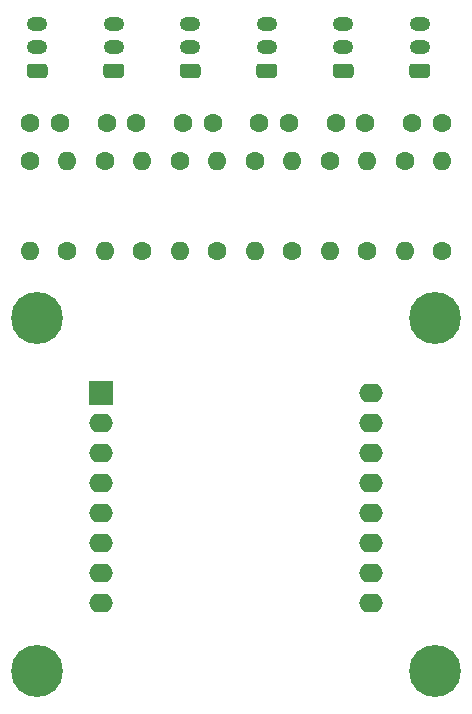
<source format=gbr>
%TF.GenerationSoftware,KiCad,Pcbnew,(5.1.9)-1*%
%TF.CreationDate,2021-04-06T17:35:40-04:00*%
%TF.ProjectId,button_box,62757474-6f6e-45f6-926f-782e6b696361,rev?*%
%TF.SameCoordinates,Original*%
%TF.FileFunction,Soldermask,Bot*%
%TF.FilePolarity,Negative*%
%FSLAX46Y46*%
G04 Gerber Fmt 4.6, Leading zero omitted, Abs format (unit mm)*
G04 Created by KiCad (PCBNEW (5.1.9)-1) date 2021-04-06 17:35:40*
%MOMM*%
%LPD*%
G01*
G04 APERTURE LIST*
%ADD10C,4.400000*%
%ADD11O,2.000000X1.600000*%
%ADD12R,2.000000X2.000000*%
%ADD13O,1.600000X1.600000*%
%ADD14C,1.600000*%
%ADD15O,1.750000X1.200000*%
G04 APERTURE END LIST*
D10*
%TO.C,hole*%
X107315000Y-102250000D03*
%TD*%
%TO.C,hole*%
X140970000Y-102250000D03*
%TD*%
%TO.C,hole*%
X140970000Y-132095000D03*
%TD*%
%TO.C,hole*%
X107315000Y-132095000D03*
%TD*%
D11*
%TO.C,U1*%
X112710000Y-111140000D03*
D12*
X112710000Y-108600000D03*
D11*
X112710000Y-113680000D03*
X112710000Y-116220000D03*
X112710000Y-118760000D03*
X112710000Y-121300000D03*
X112710000Y-123840000D03*
X112710000Y-126380000D03*
X135570000Y-126380000D03*
X135570000Y-123840000D03*
X135570000Y-121300000D03*
X135570000Y-118760000D03*
X135570000Y-116220000D03*
X135570000Y-113680000D03*
X135570000Y-111140000D03*
X135570000Y-108600000D03*
%TD*%
D13*
%TO.C,R3*%
X122555000Y-88900000D03*
D14*
X122555000Y-96520000D03*
%TD*%
%TO.C,C1*%
X106720000Y-85725000D03*
X109220000Y-85725000D03*
%TD*%
%TO.C,C2*%
X115689000Y-85725000D03*
X113189000Y-85725000D03*
%TD*%
%TO.C,C3*%
X122158000Y-85725000D03*
X119658000Y-85725000D03*
%TD*%
%TO.C,C4*%
X126127000Y-85725000D03*
X128627000Y-85725000D03*
%TD*%
%TO.C,C5*%
X135096000Y-85725000D03*
X132596000Y-85725000D03*
%TD*%
%TO.C,C6*%
X139065000Y-85725000D03*
X141565000Y-85725000D03*
%TD*%
D15*
%TO.C,J1*%
X139700000Y-77280000D03*
X139700000Y-79280000D03*
G36*
G01*
X140325001Y-81880000D02*
X139074999Y-81880000D01*
G75*
G02*
X138825000Y-81630001I0J249999D01*
G01*
X138825000Y-80929999D01*
G75*
G02*
X139074999Y-80680000I249999J0D01*
G01*
X140325001Y-80680000D01*
G75*
G02*
X140575000Y-80929999I0J-249999D01*
G01*
X140575000Y-81630001D01*
G75*
G02*
X140325001Y-81880000I-249999J0D01*
G01*
G37*
%TD*%
%TO.C,J2*%
G36*
G01*
X133848001Y-81880000D02*
X132597999Y-81880000D01*
G75*
G02*
X132348000Y-81630001I0J249999D01*
G01*
X132348000Y-80929999D01*
G75*
G02*
X132597999Y-80680000I249999J0D01*
G01*
X133848001Y-80680000D01*
G75*
G02*
X134098000Y-80929999I0J-249999D01*
G01*
X134098000Y-81630001D01*
G75*
G02*
X133848001Y-81880000I-249999J0D01*
G01*
G37*
X133223000Y-79280000D03*
X133223000Y-77280000D03*
%TD*%
%TO.C,J3*%
X126746000Y-77280000D03*
X126746000Y-79280000D03*
G36*
G01*
X127371001Y-81880000D02*
X126120999Y-81880000D01*
G75*
G02*
X125871000Y-81630001I0J249999D01*
G01*
X125871000Y-80929999D01*
G75*
G02*
X126120999Y-80680000I249999J0D01*
G01*
X127371001Y-80680000D01*
G75*
G02*
X127621000Y-80929999I0J-249999D01*
G01*
X127621000Y-81630001D01*
G75*
G02*
X127371001Y-81880000I-249999J0D01*
G01*
G37*
%TD*%
%TO.C,J4*%
G36*
G01*
X120894001Y-81880000D02*
X119643999Y-81880000D01*
G75*
G02*
X119394000Y-81630001I0J249999D01*
G01*
X119394000Y-80929999D01*
G75*
G02*
X119643999Y-80680000I249999J0D01*
G01*
X120894001Y-80680000D01*
G75*
G02*
X121144000Y-80929999I0J-249999D01*
G01*
X121144000Y-81630001D01*
G75*
G02*
X120894001Y-81880000I-249999J0D01*
G01*
G37*
X120269000Y-79280000D03*
X120269000Y-77280000D03*
%TD*%
%TO.C,J5*%
X113792000Y-77280000D03*
X113792000Y-79280000D03*
G36*
G01*
X114417001Y-81880000D02*
X113166999Y-81880000D01*
G75*
G02*
X112917000Y-81630001I0J249999D01*
G01*
X112917000Y-80929999D01*
G75*
G02*
X113166999Y-80680000I249999J0D01*
G01*
X114417001Y-80680000D01*
G75*
G02*
X114667000Y-80929999I0J-249999D01*
G01*
X114667000Y-81630001D01*
G75*
G02*
X114417001Y-81880000I-249999J0D01*
G01*
G37*
%TD*%
%TO.C,J6*%
G36*
G01*
X107940001Y-81880000D02*
X106689999Y-81880000D01*
G75*
G02*
X106440000Y-81630001I0J249999D01*
G01*
X106440000Y-80929999D01*
G75*
G02*
X106689999Y-80680000I249999J0D01*
G01*
X107940001Y-80680000D01*
G75*
G02*
X108190000Y-80929999I0J-249999D01*
G01*
X108190000Y-81630001D01*
G75*
G02*
X107940001Y-81880000I-249999J0D01*
G01*
G37*
X107315000Y-79280000D03*
X107315000Y-77280000D03*
%TD*%
D13*
%TO.C,R1*%
X109855000Y-88900000D03*
D14*
X109855000Y-96520000D03*
%TD*%
%TO.C,R2*%
X116205000Y-96520000D03*
D13*
X116205000Y-88900000D03*
%TD*%
D14*
%TO.C,R4*%
X128905000Y-96520000D03*
D13*
X128905000Y-88900000D03*
%TD*%
%TO.C,R5*%
X135255000Y-88900000D03*
D14*
X135255000Y-96520000D03*
%TD*%
%TO.C,R6*%
X141605000Y-96520000D03*
D13*
X141605000Y-88900000D03*
%TD*%
%TO.C,R7*%
X106680000Y-96520000D03*
D14*
X106680000Y-88900000D03*
%TD*%
%TO.C,R8*%
X113030000Y-88900000D03*
D13*
X113030000Y-96520000D03*
%TD*%
%TO.C,R9*%
X119380000Y-96520000D03*
D14*
X119380000Y-88900000D03*
%TD*%
%TO.C,R10*%
X125730000Y-88900000D03*
D13*
X125730000Y-96520000D03*
%TD*%
%TO.C,R11*%
X132080000Y-96520000D03*
D14*
X132080000Y-88900000D03*
%TD*%
%TO.C,R12*%
X138430000Y-88900000D03*
D13*
X138430000Y-96520000D03*
%TD*%
M02*

</source>
